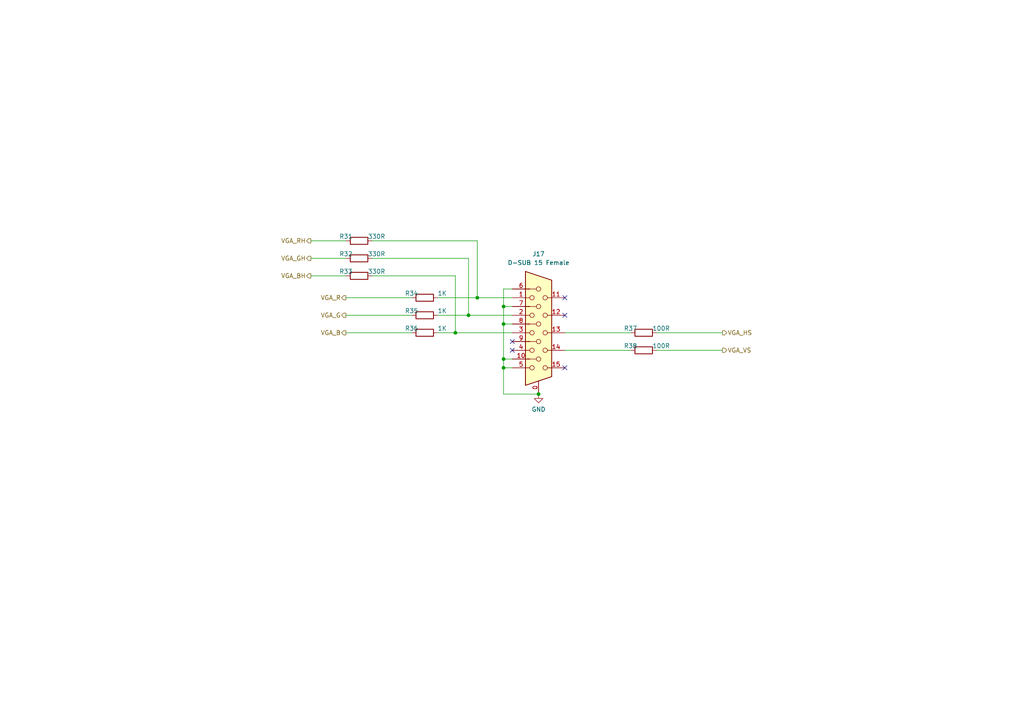
<source format=kicad_sch>
(kicad_sch (version 20250114) (generator "eeschema") (generator_version "9.0")
  (paper "A4")
  (title_block (title "${NAME}") (date "2025-05-01") (rev "${VERSION}") (company "Mikhail Matveev") (comment 1 "https://github.com/xtremespb/frank"))
  (lib_symbols
    (symbol "Device:R" (pin_numbers (hide yes)) (pin_names (offset 0))
      (property "Reference" "R" (at 2.032 0 90))
      (property "Value" "R" (at 0 0 90))
      (symbol "R_0_1"
        (rectangle (start -1.016 -2.54) (end 1.016 2.54) (stroke (width 0.254)))
      )
      (symbol "R_1_1"
        (pin passive line (at 0 3.81 270) (length 1.27) (name "~") (number "1"))
        (pin passive line (at 0 -3.81 90) (length 1.27) (name "~") (number "2"))
      )
    )
    (symbol "FRANK:VGA" (pin_names (offset 1.016) (hide yes))
      (property "Reference" "VGA1" (at 0 22.86 0))
      (property "Value" "VGA" (at 0 20.32 0))
      (symbol "VGA_0_1"
        (polyline (pts (xy -3.81 17.78) (xy -3.81 -15.24) (xy 3.81 -12.7) (xy 3.81 15.24) (xy -3.81 17.78)) (stroke (width 0.254)) (fill (type background)))
        (polyline (pts (xy -3.175 7.62) (xy -0.635 7.62)))
        (circle (center -1.905 10.16) (radius 0.635))
        (circle (center -1.905 5.08) (radius 0.635))
        (circle (center -1.905 0) (radius 0.635))
        (circle (center -1.905 -5.08) (radius 0.635))
        (circle (center -1.905 -10.16) (radius 0.635))
        (polyline (pts (xy -0.635 12.7) (xy -3.175 12.7)))
        (polyline (pts (xy -0.635 2.54) (xy -3.175 2.54)))
        (polyline (pts (xy -0.635 -2.54) (xy -3.175 -2.54)))
        (polyline (pts (xy -0.635 -7.62) (xy -3.175 -7.62)))
        (circle (center 0 12.7) (radius 0.635))
        (circle (center 0 7.62) (radius 0.635))
        (circle (center 0 2.54) (radius 0.635))
        (circle (center 0 -2.54) (radius 0.635))
        (circle (center 0 -7.62) (radius 0.635))
        (circle (center 1.905 10.16) (radius 0.635))
        (circle (center 1.905 5.08) (radius 0.635))
        (circle (center 1.905 0) (radius 0.635))
        (circle (center 1.905 -5.08) (radius 0.635))
        (circle (center 1.905 -10.16) (radius 0.635))
      )
      (symbol "VGA_1_1"
        (pin passive line (at -7.62 12.7 0) (length 5.08) (name "~") (number "6"))
        (pin passive line (at -7.62 10.16 0) (length 5.08) (name "~") (number "1"))
        (pin passive line (at -7.62 7.62 0) (length 5.08) (name "~") (number "7"))
        (pin passive line (at -7.62 5.08 0) (length 5.08) (name "~") (number "2"))
        (pin passive line (at -7.62 2.54 0) (length 5.08) (name "~") (number "8"))
        (pin passive line (at -7.62 0 0) (length 5.08) (name "~") (number "3"))
        (pin passive line (at -7.62 -2.54 0) (length 5.08) (name "~") (number "9"))
        (pin passive line (at -7.62 -5.08 0) (length 5.08) (name "~") (number "4"))
        (pin passive line (at -7.62 -7.62 0) (length 5.08) (name "~") (number "10"))
        (pin passive line (at -7.62 -10.16 0) (length 5.08) (name "~") (number "5"))
        (pin passive line (at 0 -17.78 90) (length 3.81) (name "~") (number "0"))
        (pin passive line (at 7.62 10.16 180) (length 5.08) (name "~") (number "11"))
        (pin passive line (at 7.62 5.08 180) (length 5.08) (name "~") (number "12"))
        (pin passive line (at 7.62 0 180) (length 5.08) (name "~") (number "13"))
        (pin passive line (at 7.62 -5.08 180) (length 5.08) (name "~") (number "14"))
        (pin passive line (at 7.62 -10.16 180) (length 5.08) (name "~") (number "15"))
      )
    )
    (symbol "power:GND" (power) (pin_numbers (hide yes)) (pin_names (offset 0) (hide yes))
      (property "Value" "GND" (at 0 -3.81 0))
      (symbol "GND_0_1"
        (polyline (pts (xy 0 0) (xy 0 -1.27) (xy 1.27 -1.27) (xy 0 -2.54) (xy -1.27 -1.27) (xy 0 -1.27)))
      )
      (symbol "GND_1_1"
        (pin power_in line (at 0 0 270) (length 0) (name "~") (number "1"))
      )
    )
  )
  (junction (at 135.89 91.44))
  (junction (at 156.21 114.3))
  (junction (at 146.05 93.98))
  (junction (at 146.05 104.14))
  (junction (at 146.05 88.9))
  (junction (at 138.43 86.36))
  (junction (at 146.05 106.68))
  (junction (at 132.08 96.52))
  (no_connect (at 148.59 101.6))
  (no_connect (at 163.83 86.36))
  (no_connect (at 163.83 91.44))
  (no_connect (at 148.59 99.06))
  (no_connect (at 163.83 106.68))
  (wire (pts (xy 163.83 96.52) (xy 182.88 96.52)))
  (wire (pts (xy 156.21 114.3) (xy 146.05 114.3)))
  (wire (pts (xy 100.33 96.52) (xy 119.38 96.52)))
  (wire (pts (xy 107.95 74.93) (xy 135.89 74.93)))
  (wire (pts (xy 100.33 91.44) (xy 119.38 91.44)))
  (wire (pts (xy 163.83 101.6) (xy 182.88 101.6)))
  (wire (pts (xy 90.17 80.01) (xy 100.33 80.01)))
  (wire (pts (xy 135.89 74.93) (xy 135.89 91.44)))
  (wire (pts (xy 146.05 104.14) (xy 146.05 93.98)))
  (wire (pts (xy 146.05 114.3) (xy 146.05 106.68)))
  (wire (pts (xy 127 91.44) (xy 135.89 91.44)))
  (wire (pts (xy 146.05 93.98) (xy 148.59 93.98)))
  (wire (pts (xy 190.5 96.52) (xy 209.55 96.52)))
  (wire (pts (xy 146.05 106.68) (xy 148.59 106.68)))
  (wire (pts (xy 127 86.36) (xy 138.43 86.36)))
  (wire (pts (xy 146.05 106.68) (xy 146.05 104.14)))
  (wire (pts (xy 127 96.52) (xy 132.08 96.52)))
  (wire (pts (xy 146.05 88.9) (xy 148.59 88.9)))
  (wire (pts (xy 107.95 80.01) (xy 132.08 80.01)))
  (wire (pts (xy 132.08 96.52) (xy 148.59 96.52)))
  (wire (pts (xy 100.33 86.36) (xy 119.38 86.36)))
  (wire (pts (xy 107.95 69.85) (xy 138.43 69.85)))
  (wire (pts (xy 146.05 104.14) (xy 148.59 104.14)))
  (wire (pts (xy 146.05 88.9) (xy 146.05 83.82)))
  (wire (pts (xy 146.05 93.98) (xy 146.05 88.9)))
  (wire (pts (xy 146.05 83.82) (xy 148.59 83.82)))
  (wire (pts (xy 138.43 69.85) (xy 138.43 86.36)))
  (wire (pts (xy 138.43 86.36) (xy 148.59 86.36)))
  (wire (pts (xy 90.17 74.93) (xy 100.33 74.93)))
  (wire (pts (xy 135.89 91.44) (xy 148.59 91.44)))
  (wire (pts (xy 190.5 101.6) (xy 209.55 101.6)))
  (wire (pts (xy 132.08 80.01) (xy 132.08 96.52)))
  (wire (pts (xy 90.17 69.85) (xy 100.33 69.85)))
  (hierarchical_label "VGA_RH" (shape output) (at 90.17 69.85 180))
  (hierarchical_label "VGA_GH" (shape output) (at 90.17 74.93 180))
  (hierarchical_label "VGA_BH" (shape output) (at 90.17 80.01 180))
  (hierarchical_label "VGA_R" (shape output) (at 100.33 86.36 180))
  (hierarchical_label "VGA_B" (shape output) (at 100.33 96.52 180))
  (hierarchical_label "VGA_HS" (shape output) (at 209.55 96.52 0))
  (hierarchical_label "VGA_G" (shape output) (at 100.33 91.44 180))
  (hierarchical_label "VGA_VS" (shape output) (at 209.55 101.6 0))
  (symbol (lib_id "Device:R") (at 104.14 80.01 90) (unit 1)
    (property "Reference" "R33" (at 100.33 78.74 90))
    (property "Value" "330R" (at 109.22 78.74 90))
    (property "Footprint" "FRANK:Resistor (0805)" (effects (hide yes)))
    (property "Datasheet" "https://www.vishay.com/docs/28952/mcs0402at-mct0603at-mcu0805at-mca1206at.pdf" (effects (hide yes)))
    (property "AliExpress" "https://www.aliexpress.com/item/1005005945735199.html" (effects (hide yes)))
  )
  (symbol (lib_id "Device:R") (at 186.69 101.6 90) (unit 1)
    (property "Reference" "R38" (at 182.88 100.33 90))
    (property "Value" "100R" (at 191.77 100.33 90))
    (property "Footprint" "FRANK:Resistor (0805)" (effects (hide yes)))
    (property "Datasheet" "https://www.vishay.com/docs/28952/mcs0402at-mct0603at-mcu0805at-mca1206at.pdf" (effects (hide yes)))
    (property "AliExpress" "https://www.aliexpress.com/item/1005005945735199.html" (effects (hide yes)))
  )
  (symbol (lib_id "FRANK:VGA") (at 156.21 96.52 0) (unit 1)
    (property "Reference" "J17" (at 156.21 73.66 0))
    (property "Value" "D-SUB 15 Female" (at 156.21 76.2 0))
    (property "Footprint" "FRANK:D-SUB (15 pin, female)" (effects (hide yes)))
    (property "Datasheet" "https://gr.mouser.com/datasheet/2/296/193_015_213Ryy1-3420874.pdf" (effects (hide yes)))
    (property "AliExpress" "https://www.aliexpress.com/item/32842951548.html" (effects (hide yes)))
  )
  (symbol (lib_id "Device:R") (at 123.19 91.44 90) (unit 1)
    (property "Reference" "R35" (at 119.38 90.17 90))
    (property "Value" "1K" (at 128.27 90.17 90))
    (property "Footprint" "FRANK:Resistor (0805)" (effects (hide yes)))
    (property "Datasheet" "https://www.vishay.com/docs/28952/mcs0402at-mct0603at-mcu0805at-mca1206at.pdf" (effects (hide yes)))
    (property "AliExpress" "https://www.aliexpress.com/item/1005005945735199.html" (effects (hide yes)))
  )
  (symbol (lib_id "power:GND") (at 156.21 114.3 0) (unit 1)
    (property "Reference" "#PWR069" (effects (hide yes)))
    (property "Value" "GND" (at 156.21 118.7434 0))
    (property "Description" "Power symbol creates a global label with name \"GND\" , ground" (effects (hide yes)))
  )
  (symbol (lib_id "Device:R") (at 123.19 86.36 90) (unit 1)
    (property "Reference" "R34" (at 119.38 85.09 90))
    (property "Value" "1K" (at 128.27 85.09 90))
    (property "Footprint" "FRANK:Resistor (0805)" (effects (hide yes)))
    (property "Datasheet" "https://www.vishay.com/docs/28952/mcs0402at-mct0603at-mcu0805at-mca1206at.pdf" (effects (hide yes)))
    (property "AliExpress" "https://www.aliexpress.com/item/1005005945735199.html" (effects (hide yes)))
  )
  (symbol (lib_id "Device:R") (at 186.69 96.52 90) (unit 1)
    (property "Reference" "R37" (at 182.88 95.25 90))
    (property "Value" "100R" (at 191.77 95.25 90))
    (property "Footprint" "FRANK:Resistor (0805)" (effects (hide yes)))
    (property "Datasheet" "https://www.vishay.com/docs/28952/mcs0402at-mct0603at-mcu0805at-mca1206at.pdf" (effects (hide yes)))
    (property "AliExpress" "https://www.aliexpress.com/item/1005005945735199.html" (effects (hide yes)))
  )
  (symbol (lib_id "Device:R") (at 104.14 74.93 90) (unit 1)
    (property "Reference" "R32" (at 100.33 73.66 90))
    (property "Value" "330R" (at 109.22 73.66 90))
    (property "Footprint" "FRANK:Resistor (0805)" (effects (hide yes)))
    (property "Datasheet" "https://www.vishay.com/docs/28952/mcs0402at-mct0603at-mcu0805at-mca1206at.pdf" (effects (hide yes)))
    (property "AliExpress" "https://www.aliexpress.com/item/1005005945735199.html" (effects (hide yes)))
  )
  (symbol (lib_id "Device:R") (at 104.14 69.85 90) (unit 1)
    (property "Reference" "R31" (at 100.33 68.58 90))
    (property "Value" "330R" (at 109.22 68.58 90))
    (property "Footprint" "FRANK:Resistor (0805)" (effects (hide yes)))
    (property "Datasheet" "https://www.vishay.com/docs/28952/mcs0402at-mct0603at-mcu0805at-mca1206at.pdf" (effects (hide yes)))
    (property "AliExpress" "https://www.aliexpress.com/item/1005005945735199.html" (effects (hide yes)))
  )
  (symbol (lib_id "Device:R") (at 123.19 96.52 90) (unit 1)
    (property "Reference" "R36" (at 119.38 95.25 90))
    (property "Value" "1K" (at 128.27 95.25 90))
    (property "Footprint" "FRANK:Resistor (0805)" (effects (hide yes)))
    (property "Datasheet" "https://www.vishay.com/docs/28952/mcs0402at-mct0603at-mcu0805at-mca1206at.pdf" (effects (hide yes)))
    (property "AliExpress" "https://www.aliexpress.com/item/1005005945735199.html" (effects (hide yes)))
  )
)
</source>
